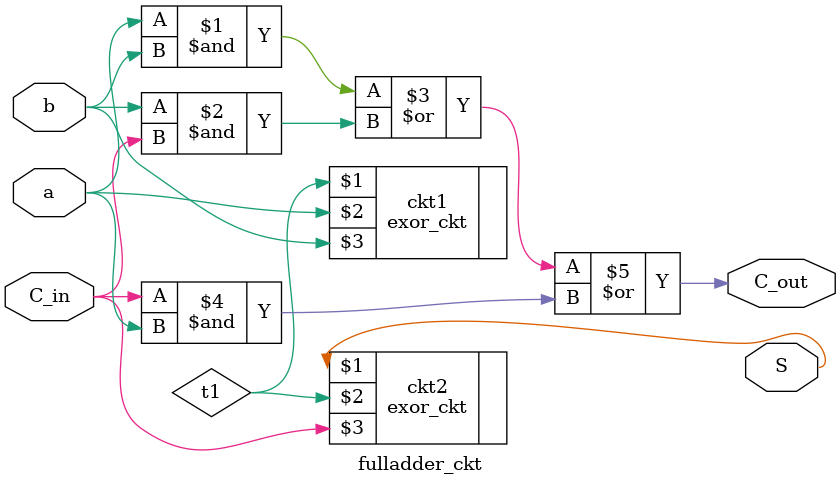
<source format=v>
module fulladder_ckt(S,C_out,C_in,a,b);
    input  C_in,a,b;
    output C_out,S;
    wire t1,t2,t3,t4,t5;
    exor_ckt ckt1 (t1,a,b);
    exor_ckt ckt2 (S,t1,C_in);
    assign C_out=a&b|b&C_in|C_in&a;
    //assign t5=t2|t3|t4;
    
endmodule    

</source>
